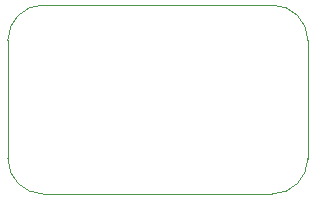
<source format=gbr>
%TF.GenerationSoftware,KiCad,Pcbnew,9.0.3*%
%TF.CreationDate,2025-09-25T19:21:44-04:00*%
%TF.ProjectId,buckboost,6275636b-626f-46f7-9374-2e6b69636164,rev?*%
%TF.SameCoordinates,Original*%
%TF.FileFunction,Profile,NP*%
%FSLAX46Y46*%
G04 Gerber Fmt 4.6, Leading zero omitted, Abs format (unit mm)*
G04 Created by KiCad (PCBNEW 9.0.3) date 2025-09-25 19:21:44*
%MOMM*%
%LPD*%
G01*
G04 APERTURE LIST*
%TA.AperFunction,Profile*%
%ADD10C,0.050000*%
%TD*%
G04 APERTURE END LIST*
D10*
X131000000Y-79200000D02*
G75*
G02*
X128000000Y-82200000I-3000000J0D01*
G01*
X128000000Y-66200000D02*
G75*
G02*
X131000000Y-69200000I0J-3000000D01*
G01*
X131000000Y-69200000D02*
X131000000Y-79200000D01*
X108600000Y-82200000D02*
G75*
G02*
X105600000Y-79200000I0J3000000D01*
G01*
X108600000Y-66200000D02*
X128000000Y-66200000D01*
X105600000Y-79200000D02*
X105600000Y-69200000D01*
X105600000Y-69200000D02*
G75*
G02*
X108600000Y-66200000I3000000J0D01*
G01*
X128000000Y-82200000D02*
X108600000Y-82200000D01*
M02*

</source>
